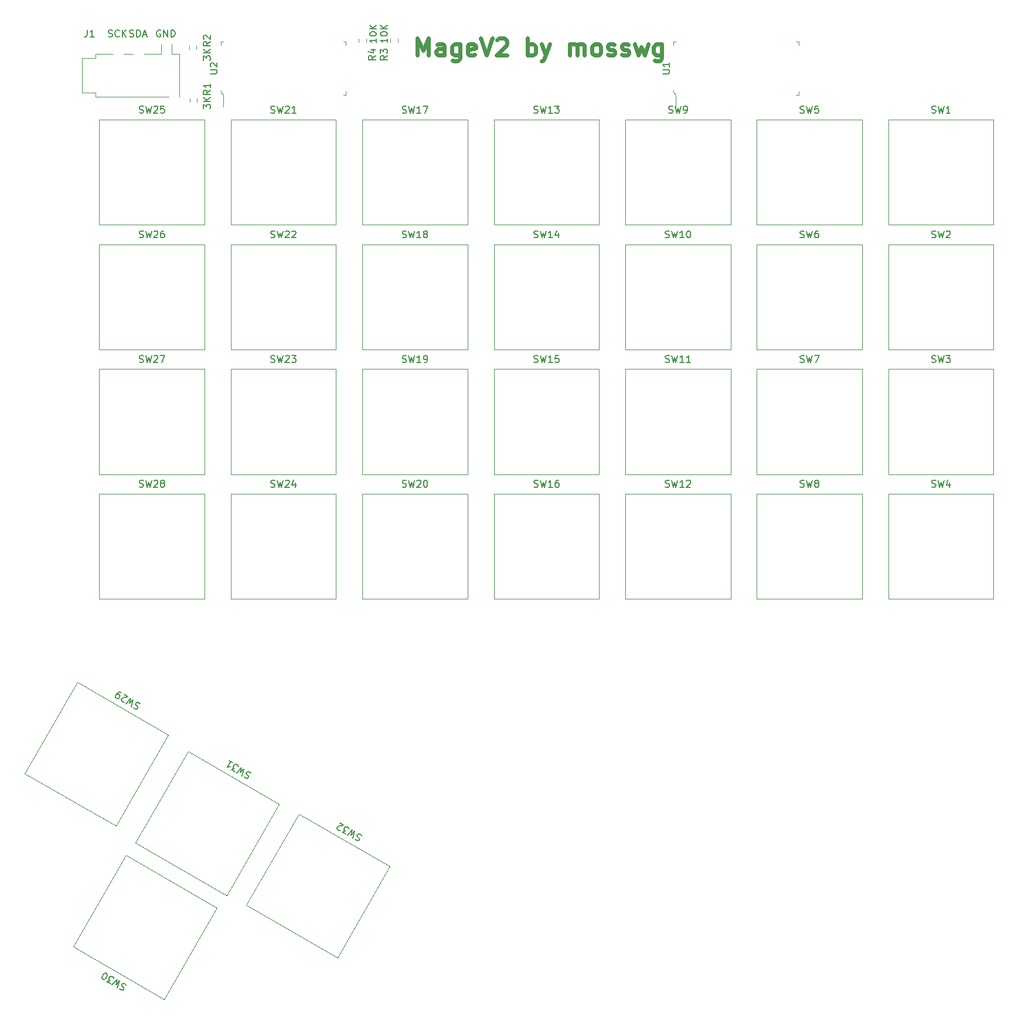
<source format=gbr>
%TF.GenerationSoftware,KiCad,Pcbnew,(6.0.10)*%
%TF.CreationDate,2023-01-22T23:08:19-08:00*%
%TF.ProjectId,keyboard_right,6b657962-6f61-4726-945f-72696768742e,rev?*%
%TF.SameCoordinates,Original*%
%TF.FileFunction,Legend,Top*%
%TF.FilePolarity,Positive*%
%FSLAX46Y46*%
G04 Gerber Fmt 4.6, Leading zero omitted, Abs format (unit mm)*
G04 Created by KiCad (PCBNEW (6.0.10)) date 2023-01-22 23:08:19*
%MOMM*%
%LPD*%
G01*
G04 APERTURE LIST*
%ADD10C,0.150000*%
%ADD11C,0.600000*%
%ADD12C,0.120000*%
%ADD13C,0.100000*%
G04 APERTURE END LIST*
D10*
X90238095Y-34500000D02*
X90142857Y-34452380D01*
X90000000Y-34452380D01*
X89857142Y-34500000D01*
X89761904Y-34595238D01*
X89714285Y-34690476D01*
X89666666Y-34880952D01*
X89666666Y-35023809D01*
X89714285Y-35214285D01*
X89761904Y-35309523D01*
X89857142Y-35404761D01*
X90000000Y-35452380D01*
X90095238Y-35452380D01*
X90238095Y-35404761D01*
X90285714Y-35357142D01*
X90285714Y-35023809D01*
X90095238Y-35023809D01*
X90714285Y-35452380D02*
X90714285Y-34452380D01*
X91285714Y-35452380D01*
X91285714Y-34452380D01*
X91761904Y-35452380D02*
X91761904Y-34452380D01*
X92000000Y-34452380D01*
X92142857Y-34500000D01*
X92238095Y-34595238D01*
X92285714Y-34690476D01*
X92333333Y-34880952D01*
X92333333Y-35023809D01*
X92285714Y-35214285D01*
X92238095Y-35309523D01*
X92142857Y-35404761D01*
X92000000Y-35452380D01*
X91761904Y-35452380D01*
X85785714Y-35404761D02*
X85928571Y-35452380D01*
X86166666Y-35452380D01*
X86261904Y-35404761D01*
X86309523Y-35357142D01*
X86357142Y-35261904D01*
X86357142Y-35166666D01*
X86309523Y-35071428D01*
X86261904Y-35023809D01*
X86166666Y-34976190D01*
X85976190Y-34928571D01*
X85880952Y-34880952D01*
X85833333Y-34833333D01*
X85785714Y-34738095D01*
X85785714Y-34642857D01*
X85833333Y-34547619D01*
X85880952Y-34500000D01*
X85976190Y-34452380D01*
X86214285Y-34452380D01*
X86357142Y-34500000D01*
X86785714Y-35452380D02*
X86785714Y-34452380D01*
X87023809Y-34452380D01*
X87166666Y-34500000D01*
X87261904Y-34595238D01*
X87309523Y-34690476D01*
X87357142Y-34880952D01*
X87357142Y-35023809D01*
X87309523Y-35214285D01*
X87261904Y-35309523D01*
X87166666Y-35404761D01*
X87023809Y-35452380D01*
X86785714Y-35452380D01*
X87738095Y-35166666D02*
X88214285Y-35166666D01*
X87642857Y-35452380D02*
X87976190Y-34452380D01*
X88309523Y-35452380D01*
D11*
X127321428Y-38130952D02*
X127321428Y-35630952D01*
X128154761Y-37416666D01*
X128988095Y-35630952D01*
X128988095Y-38130952D01*
X131250000Y-38130952D02*
X131250000Y-36821428D01*
X131130952Y-36583333D01*
X130892857Y-36464285D01*
X130416666Y-36464285D01*
X130178571Y-36583333D01*
X131250000Y-38011904D02*
X131011904Y-38130952D01*
X130416666Y-38130952D01*
X130178571Y-38011904D01*
X130059523Y-37773809D01*
X130059523Y-37535714D01*
X130178571Y-37297619D01*
X130416666Y-37178571D01*
X131011904Y-37178571D01*
X131250000Y-37059523D01*
X133511904Y-36464285D02*
X133511904Y-38488095D01*
X133392857Y-38726190D01*
X133273809Y-38845238D01*
X133035714Y-38964285D01*
X132678571Y-38964285D01*
X132440476Y-38845238D01*
X133511904Y-38011904D02*
X133273809Y-38130952D01*
X132797619Y-38130952D01*
X132559523Y-38011904D01*
X132440476Y-37892857D01*
X132321428Y-37654761D01*
X132321428Y-36940476D01*
X132440476Y-36702380D01*
X132559523Y-36583333D01*
X132797619Y-36464285D01*
X133273809Y-36464285D01*
X133511904Y-36583333D01*
X135654761Y-38011904D02*
X135416666Y-38130952D01*
X134940476Y-38130952D01*
X134702380Y-38011904D01*
X134583333Y-37773809D01*
X134583333Y-36821428D01*
X134702380Y-36583333D01*
X134940476Y-36464285D01*
X135416666Y-36464285D01*
X135654761Y-36583333D01*
X135773809Y-36821428D01*
X135773809Y-37059523D01*
X134583333Y-37297619D01*
X136488095Y-35630952D02*
X137321428Y-38130952D01*
X138154761Y-35630952D01*
X138869047Y-35869047D02*
X138988095Y-35750000D01*
X139226190Y-35630952D01*
X139821428Y-35630952D01*
X140059523Y-35750000D01*
X140178571Y-35869047D01*
X140297619Y-36107142D01*
X140297619Y-36345238D01*
X140178571Y-36702380D01*
X138750000Y-38130952D01*
X140297619Y-38130952D01*
X143273809Y-38130952D02*
X143273809Y-35630952D01*
X143273809Y-36583333D02*
X143511904Y-36464285D01*
X143988095Y-36464285D01*
X144226190Y-36583333D01*
X144345238Y-36702380D01*
X144464285Y-36940476D01*
X144464285Y-37654761D01*
X144345238Y-37892857D01*
X144226190Y-38011904D01*
X143988095Y-38130952D01*
X143511904Y-38130952D01*
X143273809Y-38011904D01*
X145297619Y-36464285D02*
X145892857Y-38130952D01*
X146488095Y-36464285D02*
X145892857Y-38130952D01*
X145654761Y-38726190D01*
X145535714Y-38845238D01*
X145297619Y-38964285D01*
X149345238Y-38130952D02*
X149345238Y-36464285D01*
X149345238Y-36702380D02*
X149464285Y-36583333D01*
X149702380Y-36464285D01*
X150059523Y-36464285D01*
X150297619Y-36583333D01*
X150416666Y-36821428D01*
X150416666Y-38130952D01*
X150416666Y-36821428D02*
X150535714Y-36583333D01*
X150773809Y-36464285D01*
X151130952Y-36464285D01*
X151369047Y-36583333D01*
X151488095Y-36821428D01*
X151488095Y-38130952D01*
X153035714Y-38130952D02*
X152797619Y-38011904D01*
X152678571Y-37892857D01*
X152559523Y-37654761D01*
X152559523Y-36940476D01*
X152678571Y-36702380D01*
X152797619Y-36583333D01*
X153035714Y-36464285D01*
X153392857Y-36464285D01*
X153630952Y-36583333D01*
X153750000Y-36702380D01*
X153869047Y-36940476D01*
X153869047Y-37654761D01*
X153750000Y-37892857D01*
X153630952Y-38011904D01*
X153392857Y-38130952D01*
X153035714Y-38130952D01*
X154821428Y-38011904D02*
X155059523Y-38130952D01*
X155535714Y-38130952D01*
X155773809Y-38011904D01*
X155892857Y-37773809D01*
X155892857Y-37654761D01*
X155773809Y-37416666D01*
X155535714Y-37297619D01*
X155178571Y-37297619D01*
X154940476Y-37178571D01*
X154821428Y-36940476D01*
X154821428Y-36821428D01*
X154940476Y-36583333D01*
X155178571Y-36464285D01*
X155535714Y-36464285D01*
X155773809Y-36583333D01*
X156845238Y-38011904D02*
X157083333Y-38130952D01*
X157559523Y-38130952D01*
X157797619Y-38011904D01*
X157916666Y-37773809D01*
X157916666Y-37654761D01*
X157797619Y-37416666D01*
X157559523Y-37297619D01*
X157202380Y-37297619D01*
X156964285Y-37178571D01*
X156845238Y-36940476D01*
X156845238Y-36821428D01*
X156964285Y-36583333D01*
X157202380Y-36464285D01*
X157559523Y-36464285D01*
X157797619Y-36583333D01*
X158750000Y-36464285D02*
X159226190Y-38130952D01*
X159702380Y-36940476D01*
X160178571Y-38130952D01*
X160654761Y-36464285D01*
X162678571Y-36464285D02*
X162678571Y-38488095D01*
X162559523Y-38726190D01*
X162440476Y-38845238D01*
X162202380Y-38964285D01*
X161845238Y-38964285D01*
X161607142Y-38845238D01*
X162678571Y-38011904D02*
X162440476Y-38130952D01*
X161964285Y-38130952D01*
X161726190Y-38011904D01*
X161607142Y-37892857D01*
X161488095Y-37654761D01*
X161488095Y-36940476D01*
X161607142Y-36702380D01*
X161726190Y-36583333D01*
X161964285Y-36464285D01*
X162440476Y-36464285D01*
X162678571Y-36583333D01*
D10*
X82714285Y-35404761D02*
X82857142Y-35452380D01*
X83095238Y-35452380D01*
X83190476Y-35404761D01*
X83238095Y-35357142D01*
X83285714Y-35261904D01*
X83285714Y-35166666D01*
X83238095Y-35071428D01*
X83190476Y-35023809D01*
X83095238Y-34976190D01*
X82904761Y-34928571D01*
X82809523Y-34880952D01*
X82761904Y-34833333D01*
X82714285Y-34738095D01*
X82714285Y-34642857D01*
X82761904Y-34547619D01*
X82809523Y-34500000D01*
X82904761Y-34452380D01*
X83142857Y-34452380D01*
X83285714Y-34500000D01*
X84285714Y-35357142D02*
X84238095Y-35404761D01*
X84095238Y-35452380D01*
X84000000Y-35452380D01*
X83857142Y-35404761D01*
X83761904Y-35309523D01*
X83714285Y-35214285D01*
X83666666Y-35023809D01*
X83666666Y-34880952D01*
X83714285Y-34690476D01*
X83761904Y-34595238D01*
X83857142Y-34500000D01*
X84000000Y-34452380D01*
X84095238Y-34452380D01*
X84238095Y-34500000D01*
X84285714Y-34547619D01*
X84714285Y-35452380D02*
X84714285Y-34452380D01*
X85285714Y-35452380D02*
X84857142Y-34880952D01*
X85285714Y-34452380D02*
X84714285Y-35023809D01*
%TO.C,SW25*%
X87190476Y-46404761D02*
X87333333Y-46452380D01*
X87571428Y-46452380D01*
X87666666Y-46404761D01*
X87714285Y-46357142D01*
X87761904Y-46261904D01*
X87761904Y-46166666D01*
X87714285Y-46071428D01*
X87666666Y-46023809D01*
X87571428Y-45976190D01*
X87380952Y-45928571D01*
X87285714Y-45880952D01*
X87238095Y-45833333D01*
X87190476Y-45738095D01*
X87190476Y-45642857D01*
X87238095Y-45547619D01*
X87285714Y-45500000D01*
X87380952Y-45452380D01*
X87619047Y-45452380D01*
X87761904Y-45500000D01*
X88095238Y-45452380D02*
X88333333Y-46452380D01*
X88523809Y-45738095D01*
X88714285Y-46452380D01*
X88952380Y-45452380D01*
X89285714Y-45547619D02*
X89333333Y-45500000D01*
X89428571Y-45452380D01*
X89666666Y-45452380D01*
X89761904Y-45500000D01*
X89809523Y-45547619D01*
X89857142Y-45642857D01*
X89857142Y-45738095D01*
X89809523Y-45880952D01*
X89238095Y-46452380D01*
X89857142Y-46452380D01*
X90761904Y-45452380D02*
X90285714Y-45452380D01*
X90238095Y-45928571D01*
X90285714Y-45880952D01*
X90380952Y-45833333D01*
X90619047Y-45833333D01*
X90714285Y-45880952D01*
X90761904Y-45928571D01*
X90809523Y-46023809D01*
X90809523Y-46261904D01*
X90761904Y-46357142D01*
X90714285Y-46404761D01*
X90619047Y-46452380D01*
X90380952Y-46452380D01*
X90285714Y-46404761D01*
X90238095Y-46357142D01*
%TO.C,SW5*%
X182666666Y-46404761D02*
X182809523Y-46452380D01*
X183047619Y-46452380D01*
X183142857Y-46404761D01*
X183190476Y-46357142D01*
X183238095Y-46261904D01*
X183238095Y-46166666D01*
X183190476Y-46071428D01*
X183142857Y-46023809D01*
X183047619Y-45976190D01*
X182857142Y-45928571D01*
X182761904Y-45880952D01*
X182714285Y-45833333D01*
X182666666Y-45738095D01*
X182666666Y-45642857D01*
X182714285Y-45547619D01*
X182761904Y-45500000D01*
X182857142Y-45452380D01*
X183095238Y-45452380D01*
X183238095Y-45500000D01*
X183571428Y-45452380D02*
X183809523Y-46452380D01*
X184000000Y-45738095D01*
X184190476Y-46452380D01*
X184428571Y-45452380D01*
X185285714Y-45452380D02*
X184809523Y-45452380D01*
X184761904Y-45928571D01*
X184809523Y-45880952D01*
X184904761Y-45833333D01*
X185142857Y-45833333D01*
X185238095Y-45880952D01*
X185285714Y-45928571D01*
X185333333Y-46023809D01*
X185333333Y-46261904D01*
X185285714Y-46357142D01*
X185238095Y-46404761D01*
X185142857Y-46452380D01*
X184904761Y-46452380D01*
X184809523Y-46404761D01*
X184761904Y-46357142D01*
%TO.C,SW12*%
X163190476Y-100404761D02*
X163333333Y-100452380D01*
X163571428Y-100452380D01*
X163666666Y-100404761D01*
X163714285Y-100357142D01*
X163761904Y-100261904D01*
X163761904Y-100166666D01*
X163714285Y-100071428D01*
X163666666Y-100023809D01*
X163571428Y-99976190D01*
X163380952Y-99928571D01*
X163285714Y-99880952D01*
X163238095Y-99833333D01*
X163190476Y-99738095D01*
X163190476Y-99642857D01*
X163238095Y-99547619D01*
X163285714Y-99500000D01*
X163380952Y-99452380D01*
X163619047Y-99452380D01*
X163761904Y-99500000D01*
X164095238Y-99452380D02*
X164333333Y-100452380D01*
X164523809Y-99738095D01*
X164714285Y-100452380D01*
X164952380Y-99452380D01*
X165857142Y-100452380D02*
X165285714Y-100452380D01*
X165571428Y-100452380D02*
X165571428Y-99452380D01*
X165476190Y-99595238D01*
X165380952Y-99690476D01*
X165285714Y-99738095D01*
X166238095Y-99547619D02*
X166285714Y-99500000D01*
X166380952Y-99452380D01*
X166619047Y-99452380D01*
X166714285Y-99500000D01*
X166761904Y-99547619D01*
X166809523Y-99642857D01*
X166809523Y-99738095D01*
X166761904Y-99880952D01*
X166190476Y-100452380D01*
X166809523Y-100452380D01*
%TO.C,SW6*%
X182666666Y-64404761D02*
X182809523Y-64452380D01*
X183047619Y-64452380D01*
X183142857Y-64404761D01*
X183190476Y-64357142D01*
X183238095Y-64261904D01*
X183238095Y-64166666D01*
X183190476Y-64071428D01*
X183142857Y-64023809D01*
X183047619Y-63976190D01*
X182857142Y-63928571D01*
X182761904Y-63880952D01*
X182714285Y-63833333D01*
X182666666Y-63738095D01*
X182666666Y-63642857D01*
X182714285Y-63547619D01*
X182761904Y-63500000D01*
X182857142Y-63452380D01*
X183095238Y-63452380D01*
X183238095Y-63500000D01*
X183571428Y-63452380D02*
X183809523Y-64452380D01*
X184000000Y-63738095D01*
X184190476Y-64452380D01*
X184428571Y-63452380D01*
X185238095Y-63452380D02*
X185047619Y-63452380D01*
X184952380Y-63500000D01*
X184904761Y-63547619D01*
X184809523Y-63690476D01*
X184761904Y-63880952D01*
X184761904Y-64261904D01*
X184809523Y-64357142D01*
X184857142Y-64404761D01*
X184952380Y-64452380D01*
X185142857Y-64452380D01*
X185238095Y-64404761D01*
X185285714Y-64357142D01*
X185333333Y-64261904D01*
X185333333Y-64023809D01*
X185285714Y-63928571D01*
X185238095Y-63880952D01*
X185142857Y-63833333D01*
X184952380Y-63833333D01*
X184857142Y-63880952D01*
X184809523Y-63928571D01*
X184761904Y-64023809D01*
%TO.C,SW7*%
X182666666Y-82404761D02*
X182809523Y-82452380D01*
X183047619Y-82452380D01*
X183142857Y-82404761D01*
X183190476Y-82357142D01*
X183238095Y-82261904D01*
X183238095Y-82166666D01*
X183190476Y-82071428D01*
X183142857Y-82023809D01*
X183047619Y-81976190D01*
X182857142Y-81928571D01*
X182761904Y-81880952D01*
X182714285Y-81833333D01*
X182666666Y-81738095D01*
X182666666Y-81642857D01*
X182714285Y-81547619D01*
X182761904Y-81500000D01*
X182857142Y-81452380D01*
X183095238Y-81452380D01*
X183238095Y-81500000D01*
X183571428Y-81452380D02*
X183809523Y-82452380D01*
X184000000Y-81738095D01*
X184190476Y-82452380D01*
X184428571Y-81452380D01*
X184714285Y-81452380D02*
X185380952Y-81452380D01*
X184952380Y-82452380D01*
%TO.C,SW19*%
X125190476Y-82404761D02*
X125333333Y-82452380D01*
X125571428Y-82452380D01*
X125666666Y-82404761D01*
X125714285Y-82357142D01*
X125761904Y-82261904D01*
X125761904Y-82166666D01*
X125714285Y-82071428D01*
X125666666Y-82023809D01*
X125571428Y-81976190D01*
X125380952Y-81928571D01*
X125285714Y-81880952D01*
X125238095Y-81833333D01*
X125190476Y-81738095D01*
X125190476Y-81642857D01*
X125238095Y-81547619D01*
X125285714Y-81500000D01*
X125380952Y-81452380D01*
X125619047Y-81452380D01*
X125761904Y-81500000D01*
X126095238Y-81452380D02*
X126333333Y-82452380D01*
X126523809Y-81738095D01*
X126714285Y-82452380D01*
X126952380Y-81452380D01*
X127857142Y-82452380D02*
X127285714Y-82452380D01*
X127571428Y-82452380D02*
X127571428Y-81452380D01*
X127476190Y-81595238D01*
X127380952Y-81690476D01*
X127285714Y-81738095D01*
X128333333Y-82452380D02*
X128523809Y-82452380D01*
X128619047Y-82404761D01*
X128666666Y-82357142D01*
X128761904Y-82214285D01*
X128809523Y-82023809D01*
X128809523Y-81642857D01*
X128761904Y-81547619D01*
X128714285Y-81500000D01*
X128619047Y-81452380D01*
X128428571Y-81452380D01*
X128333333Y-81500000D01*
X128285714Y-81547619D01*
X128238095Y-81642857D01*
X128238095Y-81880952D01*
X128285714Y-81976190D01*
X128333333Y-82023809D01*
X128428571Y-82071428D01*
X128619047Y-82071428D01*
X128714285Y-82023809D01*
X128761904Y-81976190D01*
X128809523Y-81880952D01*
%TO.C,R2*%
X97452380Y-36166666D02*
X96976190Y-36500000D01*
X97452380Y-36738095D02*
X96452380Y-36738095D01*
X96452380Y-36357142D01*
X96500000Y-36261904D01*
X96547619Y-36214285D01*
X96642857Y-36166666D01*
X96785714Y-36166666D01*
X96880952Y-36214285D01*
X96928571Y-36261904D01*
X96976190Y-36357142D01*
X96976190Y-36738095D01*
X96547619Y-35785714D02*
X96500000Y-35738095D01*
X96452380Y-35642857D01*
X96452380Y-35404761D01*
X96500000Y-35309523D01*
X96547619Y-35261904D01*
X96642857Y-35214285D01*
X96738095Y-35214285D01*
X96880952Y-35261904D01*
X97452380Y-35833333D01*
X97452380Y-35214285D01*
X96452380Y-38833333D02*
X96452380Y-38214285D01*
X96833333Y-38547619D01*
X96833333Y-38404761D01*
X96880952Y-38309523D01*
X96928571Y-38261904D01*
X97023809Y-38214285D01*
X97261904Y-38214285D01*
X97357142Y-38261904D01*
X97404761Y-38309523D01*
X97452380Y-38404761D01*
X97452380Y-38690476D01*
X97404761Y-38785714D01*
X97357142Y-38833333D01*
X97452380Y-37785714D02*
X96452380Y-37785714D01*
X97452380Y-37214285D02*
X96880952Y-37642857D01*
X96452380Y-37214285D02*
X97023809Y-37785714D01*
%TO.C,SW3*%
X201666666Y-82404761D02*
X201809523Y-82452380D01*
X202047619Y-82452380D01*
X202142857Y-82404761D01*
X202190476Y-82357142D01*
X202238095Y-82261904D01*
X202238095Y-82166666D01*
X202190476Y-82071428D01*
X202142857Y-82023809D01*
X202047619Y-81976190D01*
X201857142Y-81928571D01*
X201761904Y-81880952D01*
X201714285Y-81833333D01*
X201666666Y-81738095D01*
X201666666Y-81642857D01*
X201714285Y-81547619D01*
X201761904Y-81500000D01*
X201857142Y-81452380D01*
X202095238Y-81452380D01*
X202238095Y-81500000D01*
X202571428Y-81452380D02*
X202809523Y-82452380D01*
X203000000Y-81738095D01*
X203190476Y-82452380D01*
X203428571Y-81452380D01*
X203714285Y-81452380D02*
X204333333Y-81452380D01*
X204000000Y-81833333D01*
X204142857Y-81833333D01*
X204238095Y-81880952D01*
X204285714Y-81928571D01*
X204333333Y-82023809D01*
X204333333Y-82261904D01*
X204285714Y-82357142D01*
X204238095Y-82404761D01*
X204142857Y-82452380D01*
X203857142Y-82452380D01*
X203761904Y-82404761D01*
X203714285Y-82357142D01*
%TO.C,SW9*%
X163666666Y-46404761D02*
X163809523Y-46452380D01*
X164047619Y-46452380D01*
X164142857Y-46404761D01*
X164190476Y-46357142D01*
X164238095Y-46261904D01*
X164238095Y-46166666D01*
X164190476Y-46071428D01*
X164142857Y-46023809D01*
X164047619Y-45976190D01*
X163857142Y-45928571D01*
X163761904Y-45880952D01*
X163714285Y-45833333D01*
X163666666Y-45738095D01*
X163666666Y-45642857D01*
X163714285Y-45547619D01*
X163761904Y-45500000D01*
X163857142Y-45452380D01*
X164095238Y-45452380D01*
X164238095Y-45500000D01*
X164571428Y-45452380D02*
X164809523Y-46452380D01*
X165000000Y-45738095D01*
X165190476Y-46452380D01*
X165428571Y-45452380D01*
X165857142Y-46452380D02*
X166047619Y-46452380D01*
X166142857Y-46404761D01*
X166190476Y-46357142D01*
X166285714Y-46214285D01*
X166333333Y-46023809D01*
X166333333Y-45642857D01*
X166285714Y-45547619D01*
X166238095Y-45500000D01*
X166142857Y-45452380D01*
X165952380Y-45452380D01*
X165857142Y-45500000D01*
X165809523Y-45547619D01*
X165761904Y-45642857D01*
X165761904Y-45880952D01*
X165809523Y-45976190D01*
X165857142Y-46023809D01*
X165952380Y-46071428D01*
X166142857Y-46071428D01*
X166238095Y-46023809D01*
X166285714Y-45976190D01*
X166333333Y-45880952D01*
%TO.C,SW14*%
X144190476Y-64404761D02*
X144333333Y-64452380D01*
X144571428Y-64452380D01*
X144666666Y-64404761D01*
X144714285Y-64357142D01*
X144761904Y-64261904D01*
X144761904Y-64166666D01*
X144714285Y-64071428D01*
X144666666Y-64023809D01*
X144571428Y-63976190D01*
X144380952Y-63928571D01*
X144285714Y-63880952D01*
X144238095Y-63833333D01*
X144190476Y-63738095D01*
X144190476Y-63642857D01*
X144238095Y-63547619D01*
X144285714Y-63500000D01*
X144380952Y-63452380D01*
X144619047Y-63452380D01*
X144761904Y-63500000D01*
X145095238Y-63452380D02*
X145333333Y-64452380D01*
X145523809Y-63738095D01*
X145714285Y-64452380D01*
X145952380Y-63452380D01*
X146857142Y-64452380D02*
X146285714Y-64452380D01*
X146571428Y-64452380D02*
X146571428Y-63452380D01*
X146476190Y-63595238D01*
X146380952Y-63690476D01*
X146285714Y-63738095D01*
X147714285Y-63785714D02*
X147714285Y-64452380D01*
X147476190Y-63404761D02*
X147238095Y-64119047D01*
X147857142Y-64119047D01*
%TO.C,SW1*%
X201666666Y-46404761D02*
X201809523Y-46452380D01*
X202047619Y-46452380D01*
X202142857Y-46404761D01*
X202190476Y-46357142D01*
X202238095Y-46261904D01*
X202238095Y-46166666D01*
X202190476Y-46071428D01*
X202142857Y-46023809D01*
X202047619Y-45976190D01*
X201857142Y-45928571D01*
X201761904Y-45880952D01*
X201714285Y-45833333D01*
X201666666Y-45738095D01*
X201666666Y-45642857D01*
X201714285Y-45547619D01*
X201761904Y-45500000D01*
X201857142Y-45452380D01*
X202095238Y-45452380D01*
X202238095Y-45500000D01*
X202571428Y-45452380D02*
X202809523Y-46452380D01*
X203000000Y-45738095D01*
X203190476Y-46452380D01*
X203428571Y-45452380D01*
X204333333Y-46452380D02*
X203761904Y-46452380D01*
X204047619Y-46452380D02*
X204047619Y-45452380D01*
X203952380Y-45595238D01*
X203857142Y-45690476D01*
X203761904Y-45738095D01*
%TO.C,SW32*%
X119269474Y-150759998D02*
X119169566Y-150647330D01*
X118963369Y-150528283D01*
X118857081Y-150521903D01*
X118792032Y-150539333D01*
X118703174Y-150598002D01*
X118655555Y-150680481D01*
X118649175Y-150786769D01*
X118666605Y-150851818D01*
X118725274Y-150940676D01*
X118866422Y-151077153D01*
X118925091Y-151166012D01*
X118942520Y-151231060D01*
X118936141Y-151337349D01*
X118888522Y-151419827D01*
X118799663Y-151478496D01*
X118734614Y-151495926D01*
X118628326Y-151489546D01*
X118422130Y-151370499D01*
X118322221Y-151257831D01*
X118009737Y-151132403D02*
X118303540Y-150147330D01*
X117781440Y-150670682D01*
X117973626Y-149956854D01*
X117267429Y-150703832D01*
X117019993Y-150560975D02*
X116483882Y-150251451D01*
X116963034Y-150088203D01*
X116839316Y-150016775D01*
X116780647Y-149927916D01*
X116763217Y-149862868D01*
X116769597Y-149756579D01*
X116888644Y-149550383D01*
X116977503Y-149491714D01*
X117042552Y-149474284D01*
X117148840Y-149480664D01*
X117396276Y-149623521D01*
X117454945Y-149712379D01*
X117472374Y-149777428D01*
X116201587Y-149978496D02*
X116136538Y-149995926D01*
X116030250Y-149989546D01*
X115824054Y-149870499D01*
X115765385Y-149781640D01*
X115747955Y-149716592D01*
X115754334Y-149610303D01*
X115801954Y-149527825D01*
X115914621Y-149427916D01*
X116695207Y-149218759D01*
X116159096Y-148909235D01*
%TO.C,SW20*%
X125190476Y-100404761D02*
X125333333Y-100452380D01*
X125571428Y-100452380D01*
X125666666Y-100404761D01*
X125714285Y-100357142D01*
X125761904Y-100261904D01*
X125761904Y-100166666D01*
X125714285Y-100071428D01*
X125666666Y-100023809D01*
X125571428Y-99976190D01*
X125380952Y-99928571D01*
X125285714Y-99880952D01*
X125238095Y-99833333D01*
X125190476Y-99738095D01*
X125190476Y-99642857D01*
X125238095Y-99547619D01*
X125285714Y-99500000D01*
X125380952Y-99452380D01*
X125619047Y-99452380D01*
X125761904Y-99500000D01*
X126095238Y-99452380D02*
X126333333Y-100452380D01*
X126523809Y-99738095D01*
X126714285Y-100452380D01*
X126952380Y-99452380D01*
X127285714Y-99547619D02*
X127333333Y-99500000D01*
X127428571Y-99452380D01*
X127666666Y-99452380D01*
X127761904Y-99500000D01*
X127809523Y-99547619D01*
X127857142Y-99642857D01*
X127857142Y-99738095D01*
X127809523Y-99880952D01*
X127238095Y-100452380D01*
X127857142Y-100452380D01*
X128476190Y-99452380D02*
X128571428Y-99452380D01*
X128666666Y-99500000D01*
X128714285Y-99547619D01*
X128761904Y-99642857D01*
X128809523Y-99833333D01*
X128809523Y-100071428D01*
X128761904Y-100261904D01*
X128714285Y-100357142D01*
X128666666Y-100404761D01*
X128571428Y-100452380D01*
X128476190Y-100452380D01*
X128380952Y-100404761D01*
X128333333Y-100357142D01*
X128285714Y-100261904D01*
X128238095Y-100071428D01*
X128238095Y-99833333D01*
X128285714Y-99642857D01*
X128333333Y-99547619D01*
X128380952Y-99500000D01*
X128476190Y-99452380D01*
%TO.C,SW29*%
X87269474Y-131759998D02*
X87169566Y-131647330D01*
X86963369Y-131528283D01*
X86857081Y-131521903D01*
X86792032Y-131539333D01*
X86703174Y-131598002D01*
X86655555Y-131680481D01*
X86649175Y-131786769D01*
X86666605Y-131851818D01*
X86725274Y-131940676D01*
X86866422Y-132077153D01*
X86925091Y-132166012D01*
X86942520Y-132231060D01*
X86936141Y-132337349D01*
X86888522Y-132419827D01*
X86799663Y-132478496D01*
X86734614Y-132495926D01*
X86628326Y-132489546D01*
X86422130Y-132370499D01*
X86322221Y-132257831D01*
X86009737Y-132132403D02*
X86303540Y-131147330D01*
X85781440Y-131670682D01*
X85973626Y-130956854D01*
X85267429Y-131703832D01*
X85026373Y-131454687D02*
X84961324Y-131472117D01*
X84855036Y-131465737D01*
X84648840Y-131346689D01*
X84590171Y-131257831D01*
X84572741Y-131192782D01*
X84579121Y-131086494D01*
X84626740Y-131004015D01*
X84739408Y-130904107D01*
X85519993Y-130694949D01*
X84983882Y-130385426D01*
X84571489Y-130147330D02*
X84406532Y-130052092D01*
X84300244Y-130045713D01*
X84235195Y-130063142D01*
X84081288Y-130139241D01*
X83944811Y-130280389D01*
X83754334Y-130610303D01*
X83747955Y-130716592D01*
X83765385Y-130781640D01*
X83824054Y-130870499D01*
X83989011Y-130965737D01*
X84095299Y-130972117D01*
X84160348Y-130954687D01*
X84249206Y-130896018D01*
X84368254Y-130689821D01*
X84374634Y-130583533D01*
X84357204Y-130518484D01*
X84298535Y-130429626D01*
X84133577Y-130334388D01*
X84027289Y-130328008D01*
X83962240Y-130345438D01*
X83873382Y-130404107D01*
%TO.C,SW10*%
X163190476Y-64404761D02*
X163333333Y-64452380D01*
X163571428Y-64452380D01*
X163666666Y-64404761D01*
X163714285Y-64357142D01*
X163761904Y-64261904D01*
X163761904Y-64166666D01*
X163714285Y-64071428D01*
X163666666Y-64023809D01*
X163571428Y-63976190D01*
X163380952Y-63928571D01*
X163285714Y-63880952D01*
X163238095Y-63833333D01*
X163190476Y-63738095D01*
X163190476Y-63642857D01*
X163238095Y-63547619D01*
X163285714Y-63500000D01*
X163380952Y-63452380D01*
X163619047Y-63452380D01*
X163761904Y-63500000D01*
X164095238Y-63452380D02*
X164333333Y-64452380D01*
X164523809Y-63738095D01*
X164714285Y-64452380D01*
X164952380Y-63452380D01*
X165857142Y-64452380D02*
X165285714Y-64452380D01*
X165571428Y-64452380D02*
X165571428Y-63452380D01*
X165476190Y-63595238D01*
X165380952Y-63690476D01*
X165285714Y-63738095D01*
X166476190Y-63452380D02*
X166571428Y-63452380D01*
X166666666Y-63500000D01*
X166714285Y-63547619D01*
X166761904Y-63642857D01*
X166809523Y-63833333D01*
X166809523Y-64071428D01*
X166761904Y-64261904D01*
X166714285Y-64357142D01*
X166666666Y-64404761D01*
X166571428Y-64452380D01*
X166476190Y-64452380D01*
X166380952Y-64404761D01*
X166333333Y-64357142D01*
X166285714Y-64261904D01*
X166238095Y-64071428D01*
X166238095Y-63833333D01*
X166285714Y-63642857D01*
X166333333Y-63547619D01*
X166380952Y-63500000D01*
X166476190Y-63452380D01*
%TO.C,J1*%
X79666666Y-34452380D02*
X79666666Y-35166666D01*
X79619047Y-35309523D01*
X79523809Y-35404761D01*
X79380952Y-35452380D01*
X79285714Y-35452380D01*
X80666666Y-35452380D02*
X80095238Y-35452380D01*
X80380952Y-35452380D02*
X80380952Y-34452380D01*
X80285714Y-34595238D01*
X80190476Y-34690476D01*
X80095238Y-34738095D01*
%TO.C,SW8*%
X182666666Y-100404761D02*
X182809523Y-100452380D01*
X183047619Y-100452380D01*
X183142857Y-100404761D01*
X183190476Y-100357142D01*
X183238095Y-100261904D01*
X183238095Y-100166666D01*
X183190476Y-100071428D01*
X183142857Y-100023809D01*
X183047619Y-99976190D01*
X182857142Y-99928571D01*
X182761904Y-99880952D01*
X182714285Y-99833333D01*
X182666666Y-99738095D01*
X182666666Y-99642857D01*
X182714285Y-99547619D01*
X182761904Y-99500000D01*
X182857142Y-99452380D01*
X183095238Y-99452380D01*
X183238095Y-99500000D01*
X183571428Y-99452380D02*
X183809523Y-100452380D01*
X184000000Y-99738095D01*
X184190476Y-100452380D01*
X184428571Y-99452380D01*
X184952380Y-99880952D02*
X184857142Y-99833333D01*
X184809523Y-99785714D01*
X184761904Y-99690476D01*
X184761904Y-99642857D01*
X184809523Y-99547619D01*
X184857142Y-99500000D01*
X184952380Y-99452380D01*
X185142857Y-99452380D01*
X185238095Y-99500000D01*
X185285714Y-99547619D01*
X185333333Y-99642857D01*
X185333333Y-99690476D01*
X185285714Y-99785714D01*
X185238095Y-99833333D01*
X185142857Y-99880952D01*
X184952380Y-99880952D01*
X184857142Y-99928571D01*
X184809523Y-99976190D01*
X184761904Y-100071428D01*
X184761904Y-100261904D01*
X184809523Y-100357142D01*
X184857142Y-100404761D01*
X184952380Y-100452380D01*
X185142857Y-100452380D01*
X185238095Y-100404761D01*
X185285714Y-100357142D01*
X185333333Y-100261904D01*
X185333333Y-100071428D01*
X185285714Y-99976190D01*
X185238095Y-99928571D01*
X185142857Y-99880952D01*
%TO.C,SW31*%
X103269474Y-141759998D02*
X103169566Y-141647330D01*
X102963369Y-141528283D01*
X102857081Y-141521903D01*
X102792032Y-141539333D01*
X102703174Y-141598002D01*
X102655555Y-141680481D01*
X102649175Y-141786769D01*
X102666605Y-141851818D01*
X102725274Y-141940676D01*
X102866422Y-142077153D01*
X102925091Y-142166012D01*
X102942520Y-142231060D01*
X102936141Y-142337349D01*
X102888522Y-142419827D01*
X102799663Y-142478496D01*
X102734614Y-142495926D01*
X102628326Y-142489546D01*
X102422130Y-142370499D01*
X102322221Y-142257831D01*
X102009737Y-142132403D02*
X102303540Y-141147330D01*
X101781440Y-141670682D01*
X101973626Y-140956854D01*
X101267429Y-141703832D01*
X101019993Y-141560975D02*
X100483882Y-141251451D01*
X100963034Y-141088203D01*
X100839316Y-141016775D01*
X100780647Y-140927916D01*
X100763217Y-140862868D01*
X100769597Y-140756579D01*
X100888644Y-140550383D01*
X100977503Y-140491714D01*
X101042552Y-140474284D01*
X101148840Y-140480664D01*
X101396276Y-140623521D01*
X101454945Y-140712379D01*
X101472374Y-140777428D01*
X100159096Y-139909235D02*
X100653968Y-140194949D01*
X100406532Y-140052092D02*
X99906532Y-140918118D01*
X100060439Y-140842019D01*
X100190537Y-140807159D01*
X100296825Y-140813539D01*
%TO.C,SW15*%
X144190476Y-82404761D02*
X144333333Y-82452380D01*
X144571428Y-82452380D01*
X144666666Y-82404761D01*
X144714285Y-82357142D01*
X144761904Y-82261904D01*
X144761904Y-82166666D01*
X144714285Y-82071428D01*
X144666666Y-82023809D01*
X144571428Y-81976190D01*
X144380952Y-81928571D01*
X144285714Y-81880952D01*
X144238095Y-81833333D01*
X144190476Y-81738095D01*
X144190476Y-81642857D01*
X144238095Y-81547619D01*
X144285714Y-81500000D01*
X144380952Y-81452380D01*
X144619047Y-81452380D01*
X144761904Y-81500000D01*
X145095238Y-81452380D02*
X145333333Y-82452380D01*
X145523809Y-81738095D01*
X145714285Y-82452380D01*
X145952380Y-81452380D01*
X146857142Y-82452380D02*
X146285714Y-82452380D01*
X146571428Y-82452380D02*
X146571428Y-81452380D01*
X146476190Y-81595238D01*
X146380952Y-81690476D01*
X146285714Y-81738095D01*
X147761904Y-81452380D02*
X147285714Y-81452380D01*
X147238095Y-81928571D01*
X147285714Y-81880952D01*
X147380952Y-81833333D01*
X147619047Y-81833333D01*
X147714285Y-81880952D01*
X147761904Y-81928571D01*
X147809523Y-82023809D01*
X147809523Y-82261904D01*
X147761904Y-82357142D01*
X147714285Y-82404761D01*
X147619047Y-82452380D01*
X147380952Y-82452380D01*
X147285714Y-82404761D01*
X147238095Y-82357142D01*
%TO.C,SW2*%
X201666666Y-64404761D02*
X201809523Y-64452380D01*
X202047619Y-64452380D01*
X202142857Y-64404761D01*
X202190476Y-64357142D01*
X202238095Y-64261904D01*
X202238095Y-64166666D01*
X202190476Y-64071428D01*
X202142857Y-64023809D01*
X202047619Y-63976190D01*
X201857142Y-63928571D01*
X201761904Y-63880952D01*
X201714285Y-63833333D01*
X201666666Y-63738095D01*
X201666666Y-63642857D01*
X201714285Y-63547619D01*
X201761904Y-63500000D01*
X201857142Y-63452380D01*
X202095238Y-63452380D01*
X202238095Y-63500000D01*
X202571428Y-63452380D02*
X202809523Y-64452380D01*
X203000000Y-63738095D01*
X203190476Y-64452380D01*
X203428571Y-63452380D01*
X203761904Y-63547619D02*
X203809523Y-63500000D01*
X203904761Y-63452380D01*
X204142857Y-63452380D01*
X204238095Y-63500000D01*
X204285714Y-63547619D01*
X204333333Y-63642857D01*
X204333333Y-63738095D01*
X204285714Y-63880952D01*
X203714285Y-64452380D01*
X204333333Y-64452380D01*
%TO.C,R3*%
X123022380Y-38166666D02*
X122546190Y-38500000D01*
X123022380Y-38738095D02*
X122022380Y-38738095D01*
X122022380Y-38357142D01*
X122070000Y-38261904D01*
X122117619Y-38214285D01*
X122212857Y-38166666D01*
X122355714Y-38166666D01*
X122450952Y-38214285D01*
X122498571Y-38261904D01*
X122546190Y-38357142D01*
X122546190Y-38738095D01*
X122022380Y-37833333D02*
X122022380Y-37214285D01*
X122403333Y-37547619D01*
X122403333Y-37404761D01*
X122450952Y-37309523D01*
X122498571Y-37261904D01*
X122593809Y-37214285D01*
X122831904Y-37214285D01*
X122927142Y-37261904D01*
X122974761Y-37309523D01*
X123022380Y-37404761D01*
X123022380Y-37690476D01*
X122974761Y-37785714D01*
X122927142Y-37833333D01*
X123022380Y-35690476D02*
X123022380Y-36261904D01*
X123022380Y-35976190D02*
X122022380Y-35976190D01*
X122165238Y-36071428D01*
X122260476Y-36166666D01*
X122308095Y-36261904D01*
X122022380Y-35071428D02*
X122022380Y-34976190D01*
X122070000Y-34880952D01*
X122117619Y-34833333D01*
X122212857Y-34785714D01*
X122403333Y-34738095D01*
X122641428Y-34738095D01*
X122831904Y-34785714D01*
X122927142Y-34833333D01*
X122974761Y-34880952D01*
X123022380Y-34976190D01*
X123022380Y-35071428D01*
X122974761Y-35166666D01*
X122927142Y-35214285D01*
X122831904Y-35261904D01*
X122641428Y-35309523D01*
X122403333Y-35309523D01*
X122212857Y-35261904D01*
X122117619Y-35214285D01*
X122070000Y-35166666D01*
X122022380Y-35071428D01*
X123022380Y-34309523D02*
X122022380Y-34309523D01*
X123022380Y-33738095D02*
X122450952Y-34166666D01*
X122022380Y-33738095D02*
X122593809Y-34309523D01*
%TO.C,U1*%
X162777380Y-40761904D02*
X163586904Y-40761904D01*
X163682142Y-40714285D01*
X163729761Y-40666666D01*
X163777380Y-40571428D01*
X163777380Y-40380952D01*
X163729761Y-40285714D01*
X163682142Y-40238095D01*
X163586904Y-40190476D01*
X162777380Y-40190476D01*
X163777380Y-39190476D02*
X163777380Y-39761904D01*
X163777380Y-39476190D02*
X162777380Y-39476190D01*
X162920238Y-39571428D01*
X163015476Y-39666666D01*
X163063095Y-39761904D01*
%TO.C,SW11*%
X163190476Y-82404761D02*
X163333333Y-82452380D01*
X163571428Y-82452380D01*
X163666666Y-82404761D01*
X163714285Y-82357142D01*
X163761904Y-82261904D01*
X163761904Y-82166666D01*
X163714285Y-82071428D01*
X163666666Y-82023809D01*
X163571428Y-81976190D01*
X163380952Y-81928571D01*
X163285714Y-81880952D01*
X163238095Y-81833333D01*
X163190476Y-81738095D01*
X163190476Y-81642857D01*
X163238095Y-81547619D01*
X163285714Y-81500000D01*
X163380952Y-81452380D01*
X163619047Y-81452380D01*
X163761904Y-81500000D01*
X164095238Y-81452380D02*
X164333333Y-82452380D01*
X164523809Y-81738095D01*
X164714285Y-82452380D01*
X164952380Y-81452380D01*
X165857142Y-82452380D02*
X165285714Y-82452380D01*
X165571428Y-82452380D02*
X165571428Y-81452380D01*
X165476190Y-81595238D01*
X165380952Y-81690476D01*
X165285714Y-81738095D01*
X166809523Y-82452380D02*
X166238095Y-82452380D01*
X166523809Y-82452380D02*
X166523809Y-81452380D01*
X166428571Y-81595238D01*
X166333333Y-81690476D01*
X166238095Y-81738095D01*
%TO.C,SW30*%
X85269474Y-172348456D02*
X85169566Y-172235788D01*
X84963369Y-172116741D01*
X84857081Y-172110361D01*
X84792032Y-172127791D01*
X84703174Y-172186460D01*
X84655555Y-172268939D01*
X84649175Y-172375227D01*
X84666605Y-172440276D01*
X84725274Y-172529134D01*
X84866422Y-172665611D01*
X84925091Y-172754470D01*
X84942520Y-172819518D01*
X84936141Y-172925807D01*
X84888522Y-173008285D01*
X84799663Y-173066954D01*
X84734614Y-173084384D01*
X84628326Y-173078004D01*
X84422130Y-172958957D01*
X84322221Y-172846289D01*
X84009737Y-172720861D02*
X84303540Y-171735788D01*
X83781440Y-172259140D01*
X83973626Y-171545312D01*
X83267429Y-172292290D01*
X83019993Y-172149433D02*
X82483882Y-171839909D01*
X82963034Y-171676661D01*
X82839316Y-171605233D01*
X82780647Y-171516374D01*
X82763217Y-171451326D01*
X82769597Y-171345037D01*
X82888644Y-171138841D01*
X82977503Y-171080172D01*
X83042552Y-171062742D01*
X83148840Y-171069122D01*
X83396276Y-171211979D01*
X83454945Y-171300837D01*
X83472374Y-171365886D01*
X81947772Y-171530385D02*
X81865293Y-171482766D01*
X81806624Y-171393908D01*
X81789194Y-171328859D01*
X81795574Y-171222571D01*
X81849573Y-171033804D01*
X81968620Y-170827608D01*
X82105098Y-170686460D01*
X82193956Y-170627791D01*
X82259005Y-170610361D01*
X82365293Y-170616741D01*
X82447772Y-170664360D01*
X82506441Y-170753218D01*
X82523870Y-170818267D01*
X82517491Y-170924555D01*
X82463492Y-171113322D01*
X82344444Y-171319518D01*
X82207967Y-171460666D01*
X82119108Y-171519335D01*
X82054060Y-171536765D01*
X81947772Y-171530385D01*
%TO.C,R4*%
X121294880Y-38166666D02*
X120818690Y-38500000D01*
X121294880Y-38738095D02*
X120294880Y-38738095D01*
X120294880Y-38357142D01*
X120342500Y-38261904D01*
X120390119Y-38214285D01*
X120485357Y-38166666D01*
X120628214Y-38166666D01*
X120723452Y-38214285D01*
X120771071Y-38261904D01*
X120818690Y-38357142D01*
X120818690Y-38738095D01*
X120628214Y-37309523D02*
X121294880Y-37309523D01*
X120247261Y-37547619D02*
X120961547Y-37785714D01*
X120961547Y-37166666D01*
X121452380Y-35690476D02*
X121452380Y-36261904D01*
X121452380Y-35976190D02*
X120452380Y-35976190D01*
X120595238Y-36071428D01*
X120690476Y-36166666D01*
X120738095Y-36261904D01*
X120452380Y-35071428D02*
X120452380Y-34976190D01*
X120500000Y-34880952D01*
X120547619Y-34833333D01*
X120642857Y-34785714D01*
X120833333Y-34738095D01*
X121071428Y-34738095D01*
X121261904Y-34785714D01*
X121357142Y-34833333D01*
X121404761Y-34880952D01*
X121452380Y-34976190D01*
X121452380Y-35071428D01*
X121404761Y-35166666D01*
X121357142Y-35214285D01*
X121261904Y-35261904D01*
X121071428Y-35309523D01*
X120833333Y-35309523D01*
X120642857Y-35261904D01*
X120547619Y-35214285D01*
X120500000Y-35166666D01*
X120452380Y-35071428D01*
X121452380Y-34309523D02*
X120452380Y-34309523D01*
X121452380Y-33738095D02*
X120880952Y-34166666D01*
X120452380Y-33738095D02*
X121023809Y-34309523D01*
%TO.C,SW22*%
X106190476Y-64404761D02*
X106333333Y-64452380D01*
X106571428Y-64452380D01*
X106666666Y-64404761D01*
X106714285Y-64357142D01*
X106761904Y-64261904D01*
X106761904Y-64166666D01*
X106714285Y-64071428D01*
X106666666Y-64023809D01*
X106571428Y-63976190D01*
X106380952Y-63928571D01*
X106285714Y-63880952D01*
X106238095Y-63833333D01*
X106190476Y-63738095D01*
X106190476Y-63642857D01*
X106238095Y-63547619D01*
X106285714Y-63500000D01*
X106380952Y-63452380D01*
X106619047Y-63452380D01*
X106761904Y-63500000D01*
X107095238Y-63452380D02*
X107333333Y-64452380D01*
X107523809Y-63738095D01*
X107714285Y-64452380D01*
X107952380Y-63452380D01*
X108285714Y-63547619D02*
X108333333Y-63500000D01*
X108428571Y-63452380D01*
X108666666Y-63452380D01*
X108761904Y-63500000D01*
X108809523Y-63547619D01*
X108857142Y-63642857D01*
X108857142Y-63738095D01*
X108809523Y-63880952D01*
X108238095Y-64452380D01*
X108857142Y-64452380D01*
X109238095Y-63547619D02*
X109285714Y-63500000D01*
X109380952Y-63452380D01*
X109619047Y-63452380D01*
X109714285Y-63500000D01*
X109761904Y-63547619D01*
X109809523Y-63642857D01*
X109809523Y-63738095D01*
X109761904Y-63880952D01*
X109190476Y-64452380D01*
X109809523Y-64452380D01*
%TO.C,SW4*%
X201666666Y-100404761D02*
X201809523Y-100452380D01*
X202047619Y-100452380D01*
X202142857Y-100404761D01*
X202190476Y-100357142D01*
X202238095Y-100261904D01*
X202238095Y-100166666D01*
X202190476Y-100071428D01*
X202142857Y-100023809D01*
X202047619Y-99976190D01*
X201857142Y-99928571D01*
X201761904Y-99880952D01*
X201714285Y-99833333D01*
X201666666Y-99738095D01*
X201666666Y-99642857D01*
X201714285Y-99547619D01*
X201761904Y-99500000D01*
X201857142Y-99452380D01*
X202095238Y-99452380D01*
X202238095Y-99500000D01*
X202571428Y-99452380D02*
X202809523Y-100452380D01*
X203000000Y-99738095D01*
X203190476Y-100452380D01*
X203428571Y-99452380D01*
X204238095Y-99785714D02*
X204238095Y-100452380D01*
X204000000Y-99404761D02*
X203761904Y-100119047D01*
X204380952Y-100119047D01*
%TO.C,SW21*%
X106190476Y-46404761D02*
X106333333Y-46452380D01*
X106571428Y-46452380D01*
X106666666Y-46404761D01*
X106714285Y-46357142D01*
X106761904Y-46261904D01*
X106761904Y-46166666D01*
X106714285Y-46071428D01*
X106666666Y-46023809D01*
X106571428Y-45976190D01*
X106380952Y-45928571D01*
X106285714Y-45880952D01*
X106238095Y-45833333D01*
X106190476Y-45738095D01*
X106190476Y-45642857D01*
X106238095Y-45547619D01*
X106285714Y-45500000D01*
X106380952Y-45452380D01*
X106619047Y-45452380D01*
X106761904Y-45500000D01*
X107095238Y-45452380D02*
X107333333Y-46452380D01*
X107523809Y-45738095D01*
X107714285Y-46452380D01*
X107952380Y-45452380D01*
X108285714Y-45547619D02*
X108333333Y-45500000D01*
X108428571Y-45452380D01*
X108666666Y-45452380D01*
X108761904Y-45500000D01*
X108809523Y-45547619D01*
X108857142Y-45642857D01*
X108857142Y-45738095D01*
X108809523Y-45880952D01*
X108238095Y-46452380D01*
X108857142Y-46452380D01*
X109809523Y-46452380D02*
X109238095Y-46452380D01*
X109523809Y-46452380D02*
X109523809Y-45452380D01*
X109428571Y-45595238D01*
X109333333Y-45690476D01*
X109238095Y-45738095D01*
%TO.C,SW17*%
X125190476Y-46404761D02*
X125333333Y-46452380D01*
X125571428Y-46452380D01*
X125666666Y-46404761D01*
X125714285Y-46357142D01*
X125761904Y-46261904D01*
X125761904Y-46166666D01*
X125714285Y-46071428D01*
X125666666Y-46023809D01*
X125571428Y-45976190D01*
X125380952Y-45928571D01*
X125285714Y-45880952D01*
X125238095Y-45833333D01*
X125190476Y-45738095D01*
X125190476Y-45642857D01*
X125238095Y-45547619D01*
X125285714Y-45500000D01*
X125380952Y-45452380D01*
X125619047Y-45452380D01*
X125761904Y-45500000D01*
X126095238Y-45452380D02*
X126333333Y-46452380D01*
X126523809Y-45738095D01*
X126714285Y-46452380D01*
X126952380Y-45452380D01*
X127857142Y-46452380D02*
X127285714Y-46452380D01*
X127571428Y-46452380D02*
X127571428Y-45452380D01*
X127476190Y-45595238D01*
X127380952Y-45690476D01*
X127285714Y-45738095D01*
X128190476Y-45452380D02*
X128857142Y-45452380D01*
X128428571Y-46452380D01*
%TO.C,SW16*%
X144190476Y-100404761D02*
X144333333Y-100452380D01*
X144571428Y-100452380D01*
X144666666Y-100404761D01*
X144714285Y-100357142D01*
X144761904Y-100261904D01*
X144761904Y-100166666D01*
X144714285Y-100071428D01*
X144666666Y-100023809D01*
X144571428Y-99976190D01*
X144380952Y-99928571D01*
X144285714Y-99880952D01*
X144238095Y-99833333D01*
X144190476Y-99738095D01*
X144190476Y-99642857D01*
X144238095Y-99547619D01*
X144285714Y-99500000D01*
X144380952Y-99452380D01*
X144619047Y-99452380D01*
X144761904Y-99500000D01*
X145095238Y-99452380D02*
X145333333Y-100452380D01*
X145523809Y-99738095D01*
X145714285Y-100452380D01*
X145952380Y-99452380D01*
X146857142Y-100452380D02*
X146285714Y-100452380D01*
X146571428Y-100452380D02*
X146571428Y-99452380D01*
X146476190Y-99595238D01*
X146380952Y-99690476D01*
X146285714Y-99738095D01*
X147714285Y-99452380D02*
X147523809Y-99452380D01*
X147428571Y-99500000D01*
X147380952Y-99547619D01*
X147285714Y-99690476D01*
X147238095Y-99880952D01*
X147238095Y-100261904D01*
X147285714Y-100357142D01*
X147333333Y-100404761D01*
X147428571Y-100452380D01*
X147619047Y-100452380D01*
X147714285Y-100404761D01*
X147761904Y-100357142D01*
X147809523Y-100261904D01*
X147809523Y-100023809D01*
X147761904Y-99928571D01*
X147714285Y-99880952D01*
X147619047Y-99833333D01*
X147428571Y-99833333D01*
X147333333Y-99880952D01*
X147285714Y-99928571D01*
X147238095Y-100023809D01*
%TO.C,R1*%
X97452380Y-43166666D02*
X96976190Y-43500000D01*
X97452380Y-43738095D02*
X96452380Y-43738095D01*
X96452380Y-43357142D01*
X96500000Y-43261904D01*
X96547619Y-43214285D01*
X96642857Y-43166666D01*
X96785714Y-43166666D01*
X96880952Y-43214285D01*
X96928571Y-43261904D01*
X96976190Y-43357142D01*
X96976190Y-43738095D01*
X97452380Y-42214285D02*
X97452380Y-42785714D01*
X97452380Y-42500000D02*
X96452380Y-42500000D01*
X96595238Y-42595238D01*
X96690476Y-42690476D01*
X96738095Y-42785714D01*
X96452380Y-45833333D02*
X96452380Y-45214285D01*
X96833333Y-45547619D01*
X96833333Y-45404761D01*
X96880952Y-45309523D01*
X96928571Y-45261904D01*
X97023809Y-45214285D01*
X97261904Y-45214285D01*
X97357142Y-45261904D01*
X97404761Y-45309523D01*
X97452380Y-45404761D01*
X97452380Y-45690476D01*
X97404761Y-45785714D01*
X97357142Y-45833333D01*
X97452380Y-44785714D02*
X96452380Y-44785714D01*
X97452380Y-44214285D02*
X96880952Y-44642857D01*
X96452380Y-44214285D02*
X97023809Y-44785714D01*
%TO.C,SW26*%
X87190476Y-64404761D02*
X87333333Y-64452380D01*
X87571428Y-64452380D01*
X87666666Y-64404761D01*
X87714285Y-64357142D01*
X87761904Y-64261904D01*
X87761904Y-64166666D01*
X87714285Y-64071428D01*
X87666666Y-64023809D01*
X87571428Y-63976190D01*
X87380952Y-63928571D01*
X87285714Y-63880952D01*
X87238095Y-63833333D01*
X87190476Y-63738095D01*
X87190476Y-63642857D01*
X87238095Y-63547619D01*
X87285714Y-63500000D01*
X87380952Y-63452380D01*
X87619047Y-63452380D01*
X87761904Y-63500000D01*
X88095238Y-63452380D02*
X88333333Y-64452380D01*
X88523809Y-63738095D01*
X88714285Y-64452380D01*
X88952380Y-63452380D01*
X89285714Y-63547619D02*
X89333333Y-63500000D01*
X89428571Y-63452380D01*
X89666666Y-63452380D01*
X89761904Y-63500000D01*
X89809523Y-63547619D01*
X89857142Y-63642857D01*
X89857142Y-63738095D01*
X89809523Y-63880952D01*
X89238095Y-64452380D01*
X89857142Y-64452380D01*
X90714285Y-63452380D02*
X90523809Y-63452380D01*
X90428571Y-63500000D01*
X90380952Y-63547619D01*
X90285714Y-63690476D01*
X90238095Y-63880952D01*
X90238095Y-64261904D01*
X90285714Y-64357142D01*
X90333333Y-64404761D01*
X90428571Y-64452380D01*
X90619047Y-64452380D01*
X90714285Y-64404761D01*
X90761904Y-64357142D01*
X90809523Y-64261904D01*
X90809523Y-64023809D01*
X90761904Y-63928571D01*
X90714285Y-63880952D01*
X90619047Y-63833333D01*
X90428571Y-63833333D01*
X90333333Y-63880952D01*
X90285714Y-63928571D01*
X90238095Y-64023809D01*
%TO.C,U2*%
X97412380Y-40761904D02*
X98221904Y-40761904D01*
X98317142Y-40714285D01*
X98364761Y-40666666D01*
X98412380Y-40571428D01*
X98412380Y-40380952D01*
X98364761Y-40285714D01*
X98317142Y-40238095D01*
X98221904Y-40190476D01*
X97412380Y-40190476D01*
X97507619Y-39761904D02*
X97460000Y-39714285D01*
X97412380Y-39619047D01*
X97412380Y-39380952D01*
X97460000Y-39285714D01*
X97507619Y-39238095D01*
X97602857Y-39190476D01*
X97698095Y-39190476D01*
X97840952Y-39238095D01*
X98412380Y-39809523D01*
X98412380Y-39190476D01*
%TO.C,SW24*%
X106190476Y-100404761D02*
X106333333Y-100452380D01*
X106571428Y-100452380D01*
X106666666Y-100404761D01*
X106714285Y-100357142D01*
X106761904Y-100261904D01*
X106761904Y-100166666D01*
X106714285Y-100071428D01*
X106666666Y-100023809D01*
X106571428Y-99976190D01*
X106380952Y-99928571D01*
X106285714Y-99880952D01*
X106238095Y-99833333D01*
X106190476Y-99738095D01*
X106190476Y-99642857D01*
X106238095Y-99547619D01*
X106285714Y-99500000D01*
X106380952Y-99452380D01*
X106619047Y-99452380D01*
X106761904Y-99500000D01*
X107095238Y-99452380D02*
X107333333Y-100452380D01*
X107523809Y-99738095D01*
X107714285Y-100452380D01*
X107952380Y-99452380D01*
X108285714Y-99547619D02*
X108333333Y-99500000D01*
X108428571Y-99452380D01*
X108666666Y-99452380D01*
X108761904Y-99500000D01*
X108809523Y-99547619D01*
X108857142Y-99642857D01*
X108857142Y-99738095D01*
X108809523Y-99880952D01*
X108238095Y-100452380D01*
X108857142Y-100452380D01*
X109714285Y-99785714D02*
X109714285Y-100452380D01*
X109476190Y-99404761D02*
X109238095Y-100119047D01*
X109857142Y-100119047D01*
%TO.C,SW18*%
X125190476Y-64404761D02*
X125333333Y-64452380D01*
X125571428Y-64452380D01*
X125666666Y-64404761D01*
X125714285Y-64357142D01*
X125761904Y-64261904D01*
X125761904Y-64166666D01*
X125714285Y-64071428D01*
X125666666Y-64023809D01*
X125571428Y-63976190D01*
X125380952Y-63928571D01*
X125285714Y-63880952D01*
X125238095Y-63833333D01*
X125190476Y-63738095D01*
X125190476Y-63642857D01*
X125238095Y-63547619D01*
X125285714Y-63500000D01*
X125380952Y-63452380D01*
X125619047Y-63452380D01*
X125761904Y-63500000D01*
X126095238Y-63452380D02*
X126333333Y-64452380D01*
X126523809Y-63738095D01*
X126714285Y-64452380D01*
X126952380Y-63452380D01*
X127857142Y-64452380D02*
X127285714Y-64452380D01*
X127571428Y-64452380D02*
X127571428Y-63452380D01*
X127476190Y-63595238D01*
X127380952Y-63690476D01*
X127285714Y-63738095D01*
X128428571Y-63880952D02*
X128333333Y-63833333D01*
X128285714Y-63785714D01*
X128238095Y-63690476D01*
X128238095Y-63642857D01*
X128285714Y-63547619D01*
X128333333Y-63500000D01*
X128428571Y-63452380D01*
X128619047Y-63452380D01*
X128714285Y-63500000D01*
X128761904Y-63547619D01*
X128809523Y-63642857D01*
X128809523Y-63690476D01*
X128761904Y-63785714D01*
X128714285Y-63833333D01*
X128619047Y-63880952D01*
X128428571Y-63880952D01*
X128333333Y-63928571D01*
X128285714Y-63976190D01*
X128238095Y-64071428D01*
X128238095Y-64261904D01*
X128285714Y-64357142D01*
X128333333Y-64404761D01*
X128428571Y-64452380D01*
X128619047Y-64452380D01*
X128714285Y-64404761D01*
X128761904Y-64357142D01*
X128809523Y-64261904D01*
X128809523Y-64071428D01*
X128761904Y-63976190D01*
X128714285Y-63928571D01*
X128619047Y-63880952D01*
%TO.C,SW27*%
X87190476Y-82404761D02*
X87333333Y-82452380D01*
X87571428Y-82452380D01*
X87666666Y-82404761D01*
X87714285Y-82357142D01*
X87761904Y-82261904D01*
X87761904Y-82166666D01*
X87714285Y-82071428D01*
X87666666Y-82023809D01*
X87571428Y-81976190D01*
X87380952Y-81928571D01*
X87285714Y-81880952D01*
X87238095Y-81833333D01*
X87190476Y-81738095D01*
X87190476Y-81642857D01*
X87238095Y-81547619D01*
X87285714Y-81500000D01*
X87380952Y-81452380D01*
X87619047Y-81452380D01*
X87761904Y-81500000D01*
X88095238Y-81452380D02*
X88333333Y-82452380D01*
X88523809Y-81738095D01*
X88714285Y-82452380D01*
X88952380Y-81452380D01*
X89285714Y-81547619D02*
X89333333Y-81500000D01*
X89428571Y-81452380D01*
X89666666Y-81452380D01*
X89761904Y-81500000D01*
X89809523Y-81547619D01*
X89857142Y-81642857D01*
X89857142Y-81738095D01*
X89809523Y-81880952D01*
X89238095Y-82452380D01*
X89857142Y-82452380D01*
X90190476Y-81452380D02*
X90857142Y-81452380D01*
X90428571Y-82452380D01*
%TO.C,SW28*%
X87190476Y-100404761D02*
X87333333Y-100452380D01*
X87571428Y-100452380D01*
X87666666Y-100404761D01*
X87714285Y-100357142D01*
X87761904Y-100261904D01*
X87761904Y-100166666D01*
X87714285Y-100071428D01*
X87666666Y-100023809D01*
X87571428Y-99976190D01*
X87380952Y-99928571D01*
X87285714Y-99880952D01*
X87238095Y-99833333D01*
X87190476Y-99738095D01*
X87190476Y-99642857D01*
X87238095Y-99547619D01*
X87285714Y-99500000D01*
X87380952Y-99452380D01*
X87619047Y-99452380D01*
X87761904Y-99500000D01*
X88095238Y-99452380D02*
X88333333Y-100452380D01*
X88523809Y-99738095D01*
X88714285Y-100452380D01*
X88952380Y-99452380D01*
X89285714Y-99547619D02*
X89333333Y-99500000D01*
X89428571Y-99452380D01*
X89666666Y-99452380D01*
X89761904Y-99500000D01*
X89809523Y-99547619D01*
X89857142Y-99642857D01*
X89857142Y-99738095D01*
X89809523Y-99880952D01*
X89238095Y-100452380D01*
X89857142Y-100452380D01*
X90428571Y-99880952D02*
X90333333Y-99833333D01*
X90285714Y-99785714D01*
X90238095Y-99690476D01*
X90238095Y-99642857D01*
X90285714Y-99547619D01*
X90333333Y-99500000D01*
X90428571Y-99452380D01*
X90619047Y-99452380D01*
X90714285Y-99500000D01*
X90761904Y-99547619D01*
X90809523Y-99642857D01*
X90809523Y-99690476D01*
X90761904Y-99785714D01*
X90714285Y-99833333D01*
X90619047Y-99880952D01*
X90428571Y-99880952D01*
X90333333Y-99928571D01*
X90285714Y-99976190D01*
X90238095Y-100071428D01*
X90238095Y-100261904D01*
X90285714Y-100357142D01*
X90333333Y-100404761D01*
X90428571Y-100452380D01*
X90619047Y-100452380D01*
X90714285Y-100404761D01*
X90761904Y-100357142D01*
X90809523Y-100261904D01*
X90809523Y-100071428D01*
X90761904Y-99976190D01*
X90714285Y-99928571D01*
X90619047Y-99880952D01*
%TO.C,SW13*%
X144190476Y-46404761D02*
X144333333Y-46452380D01*
X144571428Y-46452380D01*
X144666666Y-46404761D01*
X144714285Y-46357142D01*
X144761904Y-46261904D01*
X144761904Y-46166666D01*
X144714285Y-46071428D01*
X144666666Y-46023809D01*
X144571428Y-45976190D01*
X144380952Y-45928571D01*
X144285714Y-45880952D01*
X144238095Y-45833333D01*
X144190476Y-45738095D01*
X144190476Y-45642857D01*
X144238095Y-45547619D01*
X144285714Y-45500000D01*
X144380952Y-45452380D01*
X144619047Y-45452380D01*
X144761904Y-45500000D01*
X145095238Y-45452380D02*
X145333333Y-46452380D01*
X145523809Y-45738095D01*
X145714285Y-46452380D01*
X145952380Y-45452380D01*
X146857142Y-46452380D02*
X146285714Y-46452380D01*
X146571428Y-46452380D02*
X146571428Y-45452380D01*
X146476190Y-45595238D01*
X146380952Y-45690476D01*
X146285714Y-45738095D01*
X147190476Y-45452380D02*
X147809523Y-45452380D01*
X147476190Y-45833333D01*
X147619047Y-45833333D01*
X147714285Y-45880952D01*
X147761904Y-45928571D01*
X147809523Y-46023809D01*
X147809523Y-46261904D01*
X147761904Y-46357142D01*
X147714285Y-46404761D01*
X147619047Y-46452380D01*
X147333333Y-46452380D01*
X147238095Y-46404761D01*
X147190476Y-46357142D01*
%TO.C,SW23*%
X106190476Y-82404761D02*
X106333333Y-82452380D01*
X106571428Y-82452380D01*
X106666666Y-82404761D01*
X106714285Y-82357142D01*
X106761904Y-82261904D01*
X106761904Y-82166666D01*
X106714285Y-82071428D01*
X106666666Y-82023809D01*
X106571428Y-81976190D01*
X106380952Y-81928571D01*
X106285714Y-81880952D01*
X106238095Y-81833333D01*
X106190476Y-81738095D01*
X106190476Y-81642857D01*
X106238095Y-81547619D01*
X106285714Y-81500000D01*
X106380952Y-81452380D01*
X106619047Y-81452380D01*
X106761904Y-81500000D01*
X107095238Y-81452380D02*
X107333333Y-82452380D01*
X107523809Y-81738095D01*
X107714285Y-82452380D01*
X107952380Y-81452380D01*
X108285714Y-81547619D02*
X108333333Y-81500000D01*
X108428571Y-81452380D01*
X108666666Y-81452380D01*
X108761904Y-81500000D01*
X108809523Y-81547619D01*
X108857142Y-81642857D01*
X108857142Y-81738095D01*
X108809523Y-81880952D01*
X108238095Y-82452380D01*
X108857142Y-82452380D01*
X109190476Y-81452380D02*
X109809523Y-81452380D01*
X109476190Y-81833333D01*
X109619047Y-81833333D01*
X109714285Y-81880952D01*
X109761904Y-81928571D01*
X109809523Y-82023809D01*
X109809523Y-82261904D01*
X109761904Y-82357142D01*
X109714285Y-82404761D01*
X109619047Y-82452380D01*
X109333333Y-82452380D01*
X109238095Y-82404761D01*
X109190476Y-82357142D01*
D12*
%TO.C,SW25*%
X81400000Y-62600000D02*
X96600000Y-62600000D01*
X96600000Y-47400000D02*
X81400000Y-47400000D01*
X81400000Y-47400000D02*
X81400000Y-62600000D01*
X96600000Y-62600000D02*
X96600000Y-47400000D01*
%TO.C,SW5*%
X191600000Y-47400000D02*
X176400000Y-47400000D01*
X176400000Y-47400000D02*
X176400000Y-62600000D01*
X176400000Y-62600000D02*
X191600000Y-62600000D01*
X191600000Y-62600000D02*
X191600000Y-47400000D01*
%TO.C,SW12*%
X157400000Y-101400000D02*
X157400000Y-116600000D01*
X172600000Y-116600000D02*
X172600000Y-101400000D01*
X157400000Y-116600000D02*
X172600000Y-116600000D01*
X172600000Y-101400000D02*
X157400000Y-101400000D01*
%TO.C,SW6*%
X191600000Y-65400000D02*
X176400000Y-65400000D01*
X176400000Y-80600000D02*
X191600000Y-80600000D01*
X176400000Y-65400000D02*
X176400000Y-80600000D01*
X191600000Y-80600000D02*
X191600000Y-65400000D01*
%TO.C,SW7*%
X191600000Y-83400000D02*
X176400000Y-83400000D01*
X176400000Y-98600000D02*
X191600000Y-98600000D01*
X176400000Y-83400000D02*
X176400000Y-98600000D01*
X191600000Y-98600000D02*
X191600000Y-83400000D01*
%TO.C,SW19*%
X134600000Y-83400000D02*
X119400000Y-83400000D01*
X119400000Y-83400000D02*
X119400000Y-98600000D01*
X119400000Y-98600000D02*
X134600000Y-98600000D01*
X134600000Y-98600000D02*
X134600000Y-83400000D01*
%TO.C,R2*%
X94412500Y-36745276D02*
X94412500Y-37254724D01*
X95457500Y-36745276D02*
X95457500Y-37254724D01*
%TO.C,SW3*%
X210600000Y-83400000D02*
X195400000Y-83400000D01*
X195400000Y-98600000D02*
X210600000Y-98600000D01*
X195400000Y-83400000D02*
X195400000Y-98600000D01*
X210600000Y-98600000D02*
X210600000Y-83400000D01*
%TO.C,SW9*%
X172600000Y-47400000D02*
X157400000Y-47400000D01*
X157400000Y-62600000D02*
X172600000Y-62600000D01*
X172600000Y-62600000D02*
X172600000Y-47400000D01*
X157400000Y-47400000D02*
X157400000Y-62600000D01*
%TO.C,SW14*%
X153600000Y-80600000D02*
X153600000Y-65400000D01*
X153600000Y-65400000D02*
X138400000Y-65400000D01*
X138400000Y-80600000D02*
X153600000Y-80600000D01*
X138400000Y-65400000D02*
X138400000Y-80600000D01*
%TO.C,SW1*%
X195400000Y-62600000D02*
X210600000Y-62600000D01*
X210600000Y-47400000D02*
X195400000Y-47400000D01*
X210600000Y-62600000D02*
X210600000Y-47400000D01*
X195400000Y-47400000D02*
X195400000Y-62600000D01*
%TO.C,SW32*%
X102618207Y-160781793D02*
X115781793Y-168381793D01*
X110218207Y-147618207D02*
X102618207Y-160781793D01*
X123381793Y-155218207D02*
X110218207Y-147618207D01*
X115781793Y-168381793D02*
X123381793Y-155218207D01*
%TO.C,SW20*%
X119400000Y-116600000D02*
X134600000Y-116600000D01*
X134600000Y-101400000D02*
X119400000Y-101400000D01*
X119400000Y-101400000D02*
X119400000Y-116600000D01*
X134600000Y-116600000D02*
X134600000Y-101400000D01*
%TO.C,SW29*%
X83781793Y-149381793D02*
X91381793Y-136218207D01*
X78218207Y-128618207D02*
X70618207Y-141781793D01*
X91381793Y-136218207D02*
X78218207Y-128618207D01*
X70618207Y-141781793D02*
X83781793Y-149381793D01*
%TO.C,SW10*%
X157400000Y-80600000D02*
X172600000Y-80600000D01*
X172600000Y-65400000D02*
X157400000Y-65400000D01*
X157400000Y-65400000D02*
X157400000Y-80600000D01*
X172600000Y-80600000D02*
X172600000Y-65400000D01*
%TO.C,J1*%
X91420000Y-44100000D02*
X80895000Y-44100000D01*
X90320000Y-37900000D02*
X90320000Y-36500000D01*
X80895000Y-38500000D02*
X78895000Y-38500000D01*
X87920000Y-37900000D02*
X90320000Y-37900000D01*
X92995000Y-44100000D02*
X92995000Y-37900000D01*
X80895000Y-37900000D02*
X83270000Y-37900000D01*
X80895000Y-43500000D02*
X78895000Y-43500000D01*
X78895000Y-38500000D02*
X78895000Y-43500000D01*
X91870000Y-37900000D02*
X91870000Y-36500000D01*
X91870000Y-37900000D02*
X92995000Y-37900000D01*
X84920000Y-37900000D02*
X86270000Y-37900000D01*
X80895000Y-43500000D02*
X80895000Y-44100000D01*
X80895000Y-37900000D02*
X80895000Y-38500000D01*
%TO.C,SW8*%
X176400000Y-116600000D02*
X191600000Y-116600000D01*
X191600000Y-116600000D02*
X191600000Y-101400000D01*
X191600000Y-101400000D02*
X176400000Y-101400000D01*
X176400000Y-101400000D02*
X176400000Y-116600000D01*
%TO.C,SW31*%
X86618207Y-151781793D02*
X99781793Y-159381793D01*
X107381793Y-146218207D02*
X94218207Y-138618207D01*
X94218207Y-138618207D02*
X86618207Y-151781793D01*
X99781793Y-159381793D02*
X107381793Y-146218207D01*
%TO.C,SW15*%
X153600000Y-83400000D02*
X138400000Y-83400000D01*
X153600000Y-98600000D02*
X153600000Y-83400000D01*
X138400000Y-83400000D02*
X138400000Y-98600000D01*
X138400000Y-98600000D02*
X153600000Y-98600000D01*
%TO.C,SW2*%
X210600000Y-65400000D02*
X195400000Y-65400000D01*
X195400000Y-80600000D02*
X210600000Y-80600000D01*
X210600000Y-80600000D02*
X210600000Y-65400000D01*
X195400000Y-65400000D02*
X195400000Y-80600000D01*
%TO.C,R3*%
X124522500Y-35745276D02*
X124522500Y-36254724D01*
X123477500Y-35745276D02*
X123477500Y-36254724D01*
D13*
%TO.C,U1*%
X164715000Y-43850000D02*
X164315000Y-43450000D01*
X164315000Y-36150000D02*
X164715000Y-36150000D01*
X164315000Y-43450000D02*
X164315000Y-43200000D01*
X164715000Y-43850000D02*
X164715000Y-45550000D01*
X164315000Y-36150000D02*
X164315000Y-36650000D01*
X182415000Y-43850000D02*
X182015000Y-43850000D01*
X182415000Y-36150000D02*
X182015000Y-36150000D01*
X182415000Y-36150000D02*
X182415000Y-36650000D01*
X182415000Y-43850000D02*
X182415000Y-43350000D01*
D12*
%TO.C,SW11*%
X172600000Y-98600000D02*
X172600000Y-83400000D01*
X157400000Y-98600000D02*
X172600000Y-98600000D01*
X157400000Y-83400000D02*
X157400000Y-98600000D01*
X172600000Y-83400000D02*
X157400000Y-83400000D01*
%TO.C,SW30*%
X90781793Y-174381793D02*
X98381793Y-161218207D01*
X85218207Y-153618207D02*
X77618207Y-166781793D01*
X98381793Y-161218207D02*
X85218207Y-153618207D01*
X77618207Y-166781793D02*
X90781793Y-174381793D01*
%TO.C,R4*%
X119935000Y-35745276D02*
X119935000Y-36254724D01*
X118890000Y-35745276D02*
X118890000Y-36254724D01*
%TO.C,SW22*%
X115600000Y-80600000D02*
X115600000Y-65400000D01*
X100400000Y-65400000D02*
X100400000Y-80600000D01*
X100400000Y-80600000D02*
X115600000Y-80600000D01*
X115600000Y-65400000D02*
X100400000Y-65400000D01*
%TO.C,SW4*%
X195400000Y-101400000D02*
X195400000Y-116600000D01*
X210600000Y-116600000D02*
X210600000Y-101400000D01*
X195400000Y-116600000D02*
X210600000Y-116600000D01*
X210600000Y-101400000D02*
X195400000Y-101400000D01*
%TO.C,SW21*%
X100400000Y-62600000D02*
X115600000Y-62600000D01*
X115600000Y-62600000D02*
X115600000Y-47400000D01*
X100400000Y-47400000D02*
X100400000Y-62600000D01*
X115600000Y-47400000D02*
X100400000Y-47400000D01*
%TO.C,SW17*%
X119400000Y-62600000D02*
X134600000Y-62600000D01*
X119400000Y-47400000D02*
X119400000Y-62600000D01*
X134600000Y-47400000D02*
X119400000Y-47400000D01*
X134600000Y-62600000D02*
X134600000Y-47400000D01*
%TO.C,SW16*%
X153600000Y-101400000D02*
X138400000Y-101400000D01*
X138400000Y-101400000D02*
X138400000Y-116600000D01*
X138400000Y-116600000D02*
X153600000Y-116600000D01*
X153600000Y-116600000D02*
X153600000Y-101400000D01*
%TO.C,R1*%
X94477500Y-44832776D02*
X94477500Y-44323328D01*
X95522500Y-44832776D02*
X95522500Y-44323328D01*
%TO.C,SW26*%
X81400000Y-80600000D02*
X96600000Y-80600000D01*
X96600000Y-65400000D02*
X81400000Y-65400000D01*
X81400000Y-65400000D02*
X81400000Y-80600000D01*
X96600000Y-80600000D02*
X96600000Y-65400000D01*
D13*
%TO.C,U2*%
X117050000Y-43850000D02*
X117050000Y-43350000D01*
X98950000Y-43450000D02*
X98950000Y-43200000D01*
X117050000Y-36150000D02*
X117050000Y-36650000D01*
X99350000Y-43850000D02*
X99350000Y-45550000D01*
X98950000Y-36150000D02*
X98950000Y-36650000D01*
X117050000Y-36150000D02*
X116650000Y-36150000D01*
X117050000Y-43850000D02*
X116650000Y-43850000D01*
X99350000Y-43850000D02*
X98950000Y-43450000D01*
X98950000Y-36150000D02*
X99350000Y-36150000D01*
D12*
%TO.C,SW24*%
X115600000Y-101400000D02*
X100400000Y-101400000D01*
X115600000Y-116600000D02*
X115600000Y-101400000D01*
X100400000Y-116600000D02*
X115600000Y-116600000D01*
X100400000Y-101400000D02*
X100400000Y-116600000D01*
%TO.C,SW18*%
X134600000Y-65400000D02*
X119400000Y-65400000D01*
X134600000Y-80600000D02*
X134600000Y-65400000D01*
X119400000Y-80600000D02*
X134600000Y-80600000D01*
X119400000Y-65400000D02*
X119400000Y-80600000D01*
%TO.C,SW27*%
X96600000Y-83400000D02*
X81400000Y-83400000D01*
X81400000Y-98600000D02*
X96600000Y-98600000D01*
X81400000Y-83400000D02*
X81400000Y-98600000D01*
X96600000Y-98600000D02*
X96600000Y-83400000D01*
%TO.C,SW28*%
X81400000Y-116600000D02*
X96600000Y-116600000D01*
X96600000Y-116600000D02*
X96600000Y-101400000D01*
X81400000Y-101400000D02*
X81400000Y-116600000D01*
X96600000Y-101400000D02*
X81400000Y-101400000D01*
%TO.C,SW13*%
X153600000Y-47400000D02*
X138400000Y-47400000D01*
X153600000Y-62600000D02*
X153600000Y-47400000D01*
X138400000Y-62600000D02*
X153600000Y-62600000D01*
X138400000Y-47400000D02*
X138400000Y-62600000D01*
%TO.C,SW23*%
X100400000Y-98600000D02*
X115600000Y-98600000D01*
X100400000Y-83400000D02*
X100400000Y-98600000D01*
X115600000Y-83400000D02*
X100400000Y-83400000D01*
X115600000Y-98600000D02*
X115600000Y-83400000D01*
%TD*%
M02*

</source>
